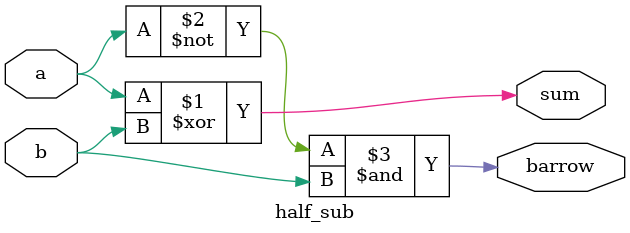
<source format=v>
module half_sub(
input a,b,
output sum,barrow);
assign sum=a^b;
  assign barrow=(~a) & b;
endmodule

</source>
